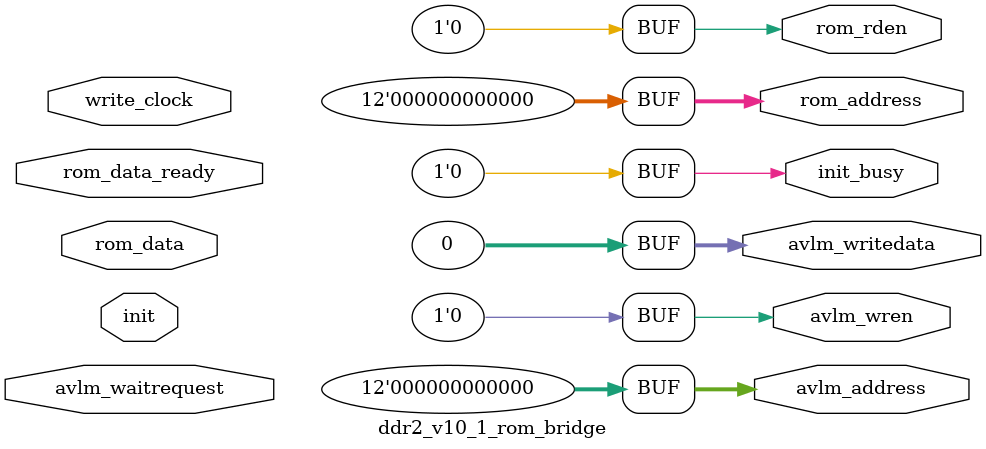
<source format=v>
module ddr2_v10_1_rom_bridge (
	write_clock,

	rom_address,
	rom_data,
	rom_rden,
	init,
	rom_data_ready,
	init_busy,

	avlm_address,
	avlm_writedata,
	avlm_wren,
	avlm_waitrequest
	);

parameter AVL_DATA_WIDTH = 32;
parameter AVL_ADDR_WIDTH = 12;

input          write_clock;

output   [AVL_ADDR_WIDTH-1:0] rom_address;
input   [AVL_DATA_WIDTH-1:0] rom_data;
output         rom_rden;
input          init;
input          rom_data_ready;
output         init_busy;

output  [AVL_ADDR_WIDTH-1:0] avlm_address;
output  [AVL_DATA_WIDTH-1:0] avlm_writedata;
output         avlm_wren;
input          avlm_waitrequest;


	assign avlm_wren = 1'b0;
	assign rom_address = 0;
	assign rom_rden = 0;
	assign init_busy = 0;
	assign avlm_address = 0;
	assign avlm_writedata = 0;

endmodule

</source>
